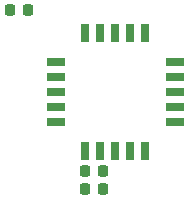
<source format=gbr>
%TF.GenerationSoftware,KiCad,Pcbnew,8.0.9-8.0.9-0~ubuntu22.04.1*%
%TF.CreationDate,2025-04-18T16:48:51+02:00*%
%TF.ProjectId,Adapter_noname_green_RF_module_to_Ebyte_E07_868MS10_FUEL4EP,41646170-7465-4725-9f6e-6f6e616d655f,1.0*%
%TF.SameCoordinates,Original*%
%TF.FileFunction,Paste,Top*%
%TF.FilePolarity,Positive*%
%FSLAX46Y46*%
G04 Gerber Fmt 4.6, Leading zero omitted, Abs format (unit mm)*
G04 Created by KiCad (PCBNEW 8.0.9-8.0.9-0~ubuntu22.04.1) date 2025-04-18 16:48:51*
%MOMM*%
%LPD*%
G01*
G04 APERTURE LIST*
G04 Aperture macros list*
%AMRoundRect*
0 Rectangle with rounded corners*
0 $1 Rounding radius*
0 $2 $3 $4 $5 $6 $7 $8 $9 X,Y pos of 4 corners*
0 Add a 4 corners polygon primitive as box body*
4,1,4,$2,$3,$4,$5,$6,$7,$8,$9,$2,$3,0*
0 Add four circle primitives for the rounded corners*
1,1,$1+$1,$2,$3*
1,1,$1+$1,$4,$5*
1,1,$1+$1,$6,$7*
1,1,$1+$1,$8,$9*
0 Add four rect primitives between the rounded corners*
20,1,$1+$1,$2,$3,$4,$5,0*
20,1,$1+$1,$4,$5,$6,$7,0*
20,1,$1+$1,$6,$7,$8,$9,0*
20,1,$1+$1,$8,$9,$2,$3,0*%
G04 Aperture macros list end*
%ADD10RoundRect,0.225000X-0.225000X-0.250000X0.225000X-0.250000X0.225000X0.250000X-0.225000X0.250000X0*%
%ADD11RoundRect,0.218750X-0.218750X-0.256250X0.218750X-0.256250X0.218750X0.256250X-0.218750X0.256250X0*%
%ADD12R,0.800000X1.500000*%
%ADD13R,1.500000X0.800000*%
G04 APERTURE END LIST*
D10*
%TO.C,C2*%
X8610000Y2540000D03*
X10160000Y2540000D03*
%TD*%
D11*
%TO.C,FB1*%
X2262500Y16100000D03*
X3837500Y16100000D03*
%TD*%
D10*
%TO.C,C1*%
X8610000Y1016000D03*
X10160000Y1016000D03*
%TD*%
D12*
%TO.C,Module1*%
X8683000Y14191000D03*
D13*
X16223000Y6651000D03*
D12*
X8683000Y4191000D03*
D13*
X6223000Y6651000D03*
D12*
X9953000Y14191000D03*
D13*
X16223000Y7921000D03*
D12*
X9953000Y4191000D03*
D13*
X6223000Y7921000D03*
D12*
X11223000Y14191000D03*
D13*
X16223000Y9191000D03*
D12*
X11223000Y4191000D03*
D13*
X6223000Y9191000D03*
D12*
X12493000Y14191000D03*
D13*
X16223000Y10461000D03*
D12*
X12493000Y4191000D03*
D13*
X6223000Y10461000D03*
D12*
X13763000Y14191000D03*
D13*
X16223000Y11731000D03*
D12*
X13763000Y4191000D03*
D13*
X6223000Y11731000D03*
%TD*%
M02*

</source>
